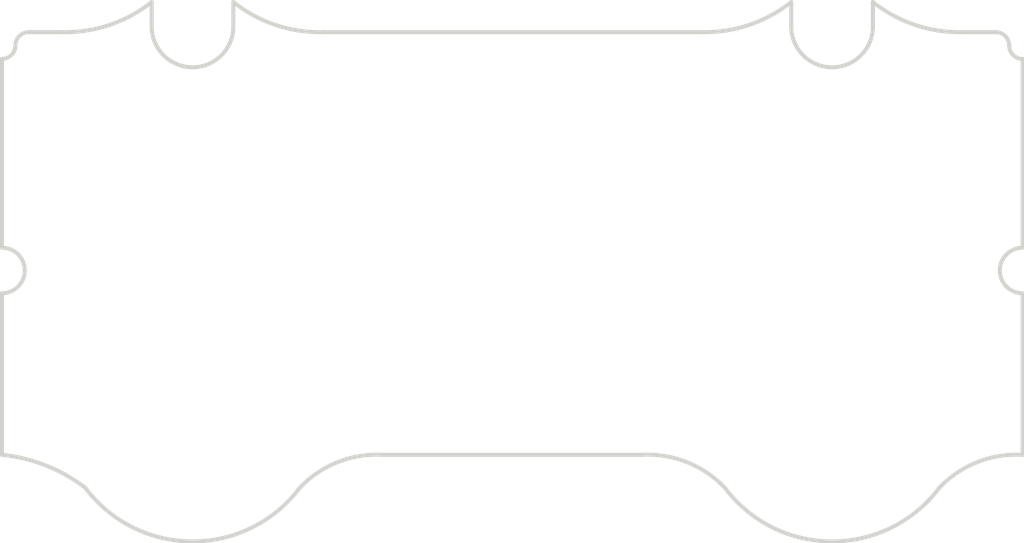
<source format=kicad_pcb>
(kicad_pcb (version 20221018) (generator pcbnew)
  (layers (0 "F.Cu" power) (31 "B.Cu" mixed) (34 "B.Paste" user) (35 "F.Paste" user) (36 "B.SilkS" user "B.Silkscreen") (37 "F.SilkS" user "F.Silkscreen") (38 "B.Mask" user) (39 "F.Mask" user) (44 "Edge.Cuts" user))
  (net 0 "")
  (footprint "" (layer "F.Cu") (at 214.938 131.255)
    (fp_text reference "" (at 0 -0.225) (layer "F.SilkS") (effects (font (size 1.27 1.27))))
    (fp_text value "" (at 0 -0.225) (layer "F.SilkS") (effects (font (size 1.27 1.27))))
    (pad "" np_thru_hole circle (at 0 0) (size 3.9878 3.9878) (drill 3.9878) (layers "*.Cu" "*.Mask"))
  )
  (footprint "Button_Switch_Keyboard:SW_Lekker_MX_1.00u_PCB" (layer "F.Cu") (at 203 123 180)
    (fp_text reference "SW" hide)
    (fp_text value "SW_Lekker_MX_1.00u_PCB" hide)
    (pad "" np_thru_hole circle (at -5.08 0 180) (size 1.7 1.7) (drill 1.7) (layers "*.Cu" "*.Mask"))
    (pad "" np_thru_hole circle (at 5.08 0 180) (size 1.7 1.7) (drill 1.7) (layers "*.Cu" "*.Mask"))
  )
  (footprint "" (layer "F.Cu") (at 191.062 131.255)
    (fp_text reference "" (at 0 -0.225) (layer "F.SilkS") (effects (font (size 1.27 1.27))))
    (fp_text value "" (at 0 -0.225) (layer "F.SilkS") (effects (font (size 1.27 1.27))))
    (pad "" np_thru_hole circle (at 0 0) (size 3.9878 3.9878) (drill 3.9878) (layers "*.Cu" "*.Mask"))
  )
  (gr_arc (start 222.05 117.001607) (mid 221.696444 116.855161) (end 221.55 116.501607) (stroke (width 0.15)) (layer "Edge.Cuts"))
  (gr_arc (start 195.062 133.03) (mid 196.48109 132.067495) (end 198.174 131.794967) (stroke (width 0.15)) (layer "Edge.Cuts"))
  (gr_arc (start 221.05 116.001607) (mid 221.403551 116.148054) (end 221.55 116.501607) (stroke (width 0.15)) (layer "Edge.Cuts"))
  (gr_line (start 213.414 114.874445) (end 213.414 115.789445) (stroke (width 0.15)) (layer "Edge.Cuts"))
  (gr_arc (start 189.538 114.874445) (mid 187.956367 115.734029) (end 186.176 116) (stroke (width 0.15)) (layer "Edge.Cuts"))
  (gr_line (start 216.461997 114.874445) (end 216.462 115.789445) (stroke (width 0.15)) (layer "Edge.Cuts"))
  (gr_line (start 219.8245 116) (end 221.05 116) (stroke (width 0.15)) (layer "Edge.Cuts"))
  (gr_line (start 222.05 117.001607) (end 222.05 124.056607) (stroke (width 0.15)) (layer "Edge.Cuts"))
  (gr_arc (start 195.9485 116) (mid 194.167886 115.734061) (end 192.585997 114.874445) (stroke (width 0.15)) (layer "Edge.Cuts"))
  (gr_arc (start 183.95 131.794967) (mid 185.592506 132.194509) (end 187.062 133.03) (stroke (width 0.15)) (layer "Edge.Cuts"))
  (gr_arc (start 183.95 124.055555) (mid 184.8 124.905555) (end 183.95 125.755555) (stroke (width 0.15)) (layer "Edge.Cuts"))
  (gr_arc (start 218.938 133.03) (mid 214.938 135.03) (end 210.938 133.03) (stroke (width 0.15)) (layer "Edge.Cuts"))
  (gr_arc (start 207.813247 131.794967) (mid 209.512522 132.066107) (end 210.938 133.03) (stroke (width 0.15)) (layer "Edge.Cuts"))
  (gr_line (start 184.95 115.999445) (end 186.176 115.999445) (stroke (width 0.15)) (layer "Edge.Cuts"))
  (gr_arc (start 218.938 133.03) (mid 220.35709 132.067495) (end 222.05 131.794967) (stroke (width 0.15)) (layer "Edge.Cuts"))
  (gr_line (start 195.9485 116) (end 210.052008 116) (stroke (width 0.15)) (layer "Edge.Cuts"))
  (gr_arc (start 216.462 115.789445) (mid 214.938 117.313445) (end 213.414 115.789445) (stroke (width 0.15)) (layer "Edge.Cuts"))
  (gr_line (start 222.05 131.794967) (end 222.05 125.756607) (stroke (width 0.15)) (layer "Edge.Cuts"))
  (gr_arc (start 213.414 114.874445) (mid 211.832325 115.73382) (end 210.052008 115.999708) (stroke (width 0.15)) (layer "Edge.Cuts"))
  (gr_line (start 198.174 131.794967) (end 207.813247 131.794967) (stroke (width 0.15)) (layer "Edge.Cuts"))
  (gr_line (start 192.585997 114.874445) (end 192.586 115.789445) (stroke (width 0.15)) (layer "Edge.Cuts"))
  (gr_arc (start 184.45 116.500555) (mid 184.303563 116.854102) (end 183.95 117.000555) (stroke (width 0.15)) (layer "Edge.Cuts"))
  (gr_line (start 183.95 117.000555) (end 183.95 124.055555) (stroke (width 0.15)) (layer "Edge.Cuts"))
  (gr_arc (start 219.8245 116) (mid 218.043887 115.734061) (end 216.461997 114.874445) (stroke (width 0.15)) (layer "Edge.Cuts"))
  (gr_line (start 189.537997 114.874445) (end 189.538 115.789445) (stroke (width 0.15)) (layer "Edge.Cuts"))
  (gr_arc (start 192.586 115.789445) (mid 191.062 117.313445) (end 189.538 115.789445) (stroke (width 0.15)) (layer "Edge.Cuts"))
  (gr_arc (start 195.062 133.03) (mid 191.062 135.03) (end 187.062 133.03) (stroke (width 0.15)) (layer "Edge.Cuts"))
  (gr_line (start 183.95 131.794967) (end 183.95 125.755555) (stroke (width 0.15)) (layer "Edge.Cuts"))
  (gr_arc (start 222.05 125.756607) (mid 221.2 124.906607) (end 222.05 124.056607) (stroke (width 0.15)) (layer "Edge.Cuts"))
  (gr_arc (start 184.45 116.500555) (mid 184.596456 116.146995) (end 184.95 116.000555) (stroke (width 0.15)) (layer "Edge.Cuts"))
)
</source>
